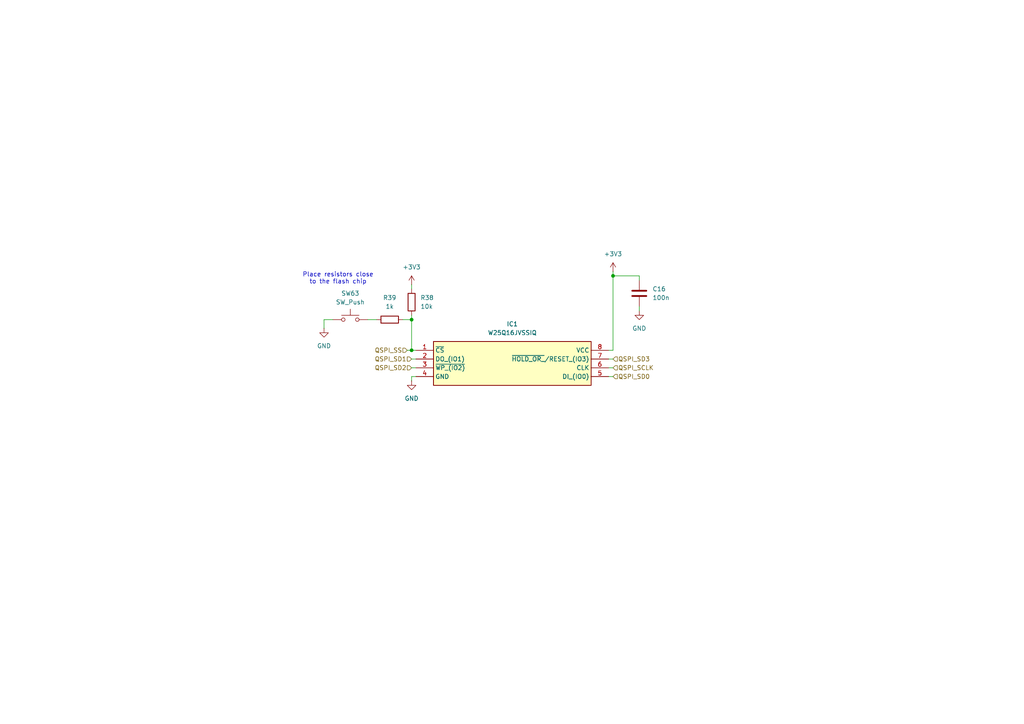
<source format=kicad_sch>
(kicad_sch (version 20231120) (generator "eeschema") (generator_version "8.0")
  (paper "A4")
  (lib_symbols
    (symbol "Device:C" (pin_numbers hide) (pin_names (offset 0.254))
      (property "Reference" "C" (at 0.635 2.54 0))
      (property "Value" "C" (at 0.635 -2.54 0))
      (symbol "C_0_1"
        (polyline (pts (xy -2.032 -0.762) (xy 2.032 -0.762)) (stroke (width 0.508)))
        (polyline (pts (xy -2.032 0.762) (xy 2.032 0.762)) (stroke (width 0.508)))
      )
      (symbol "C_1_1"
        (pin passive line (at 0 3.81 270) (length 2.794) (name "~") (number "1"))
        (pin passive line (at 0 -3.81 90) (length 2.794) (name "~") (number "2"))
      )
    )
    (symbol "Device:R" (pin_numbers hide) (pin_names (offset 0))
      (property "Reference" "R" (at 2.032 0 90))
      (property "Value" "R" (at 0 0 90))
      (symbol "R_0_1"
        (rectangle (start -1.016 -2.54) (end 1.016 2.54) (stroke (width 0.254)))
      )
      (symbol "R_1_1"
        (pin passive line (at 0 3.81 270) (length 1.27) (name "~") (number "1"))
        (pin passive line (at 0 -3.81 90) (length 1.27) (name "~") (number "2"))
      )
    )
    (symbol "SamacSys_Parts:W25Q16JVSSIQ"
      (property "Reference" "IC" (at 52.07 7.62 0))
      (property "Value" "W25Q16JVSSIQ" (at 52.07 5.08 0))
      (symbol "W25Q16JVSSIQ_1_1"
        (rectangle (start 5.08 2.54) (end 50.8 -10.16) (stroke (width 0.254)) (fill (type background)))
        (pin passive line (at 0 0 0) (length 5.08) (name "~{CS}") (number "1"))
        (pin passive line (at 0 -2.54 0) (length 5.08) (name "DO_(IO1)") (number "2"))
        (pin passive line (at 0 -5.08 0) (length 5.08) (name "~{WP_(IO2)}") (number "3"))
        (pin passive line (at 0 -7.62 0) (length 5.08) (name "GND") (number "4"))
        (pin passive line (at 55.88 -7.62 180) (length 5.08) (name "DI_(IO0)") (number "5"))
        (pin passive line (at 55.88 -5.08 180) (length 5.08) (name "CLK") (number "6"))
        (pin passive line (at 55.88 -2.54 180) (length 5.08) (name "~{HOLD_OR_}/RESET_(IO3)") (number "7"))
        (pin passive line (at 55.88 0 180) (length 5.08) (name "VCC") (number "8"))
      )
    )
    (symbol "Switch:SW_Push" (pin_numbers hide) (pin_names (offset 1.016) hide)
      (property "Reference" "SW" (at 1.27 2.54 0))
      (property "Value" "SW_Push" (at 0 -1.524 0))
      (symbol "SW_Push_0_1"
        (circle (center -2.032 0) (radius 0.508))
        (polyline (pts (xy 0 1.27) (xy 0 3.048)))
        (polyline (pts (xy 2.54 1.27) (xy -2.54 1.27)))
        (circle (center 2.032 0) (radius 0.508))
        (pin passive line (at -5.08 0 0) (length 2.54) (name "1") (number "1"))
        (pin passive line (at 5.08 0 180) (length 2.54) (name "2") (number "2"))
      )
    )
    (symbol "power:+3V3" (power) (pin_numbers hide) (pin_names (offset 0) hide)
      (property "Value" "+3V3" (at 0 3.556 0))
      (symbol "+3V3_0_1"
        (polyline (pts (xy -0.762 1.27) (xy 0 2.54)))
        (polyline (pts (xy 0 0) (xy 0 2.54)))
        (polyline (pts (xy 0 2.54) (xy 0.762 1.27)))
      )
      (symbol "+3V3_1_1"
        (pin power_in line (at 0 0 90) (length 0) (name "~") (number "1"))
      )
    )
    (symbol "power:GND" (power) (pin_numbers hide) (pin_names (offset 0) hide)
      (property "Value" "GND" (at 0 -3.81 0))
      (symbol "GND_0_1"
        (polyline (pts (xy 0 0) (xy 0 -1.27) (xy 1.27 -1.27) (xy 0 -2.54) (xy -1.27 -1.27) (xy 0 -1.27)))
      )
      (symbol "GND_1_1"
        (pin power_in line (at 0 0 270) (length 0) (name "~") (number "1"))
      )
    )
  )
  (junction (at 119.38 92.71))
  (junction (at 119.38 101.6))
  (junction (at 177.8 80.01))
  (wire (pts (xy 185.42 81.28) (xy 185.42 80.01)))
  (wire (pts (xy 119.38 82.55) (xy 119.38 83.82)))
  (wire (pts (xy 119.38 106.68) (xy 120.65 106.68)))
  (wire (pts (xy 106.68 92.71) (xy 109.22 92.71)))
  (wire (pts (xy 119.38 109.22) (xy 120.65 109.22)))
  (wire (pts (xy 118.11 101.6) (xy 119.38 101.6)))
  (wire (pts (xy 116.84 92.71) (xy 119.38 92.71)))
  (wire (pts (xy 119.38 110.49) (xy 119.38 109.22)))
  (wire (pts (xy 119.38 92.71) (xy 119.38 101.6)))
  (wire (pts (xy 119.38 101.6) (xy 120.65 101.6)))
  (wire (pts (xy 119.38 91.44) (xy 119.38 92.71)))
  (wire (pts (xy 119.38 104.14) (xy 120.65 104.14)))
  (wire (pts (xy 185.42 88.9) (xy 185.42 90.17)))
  (wire (pts (xy 176.53 109.22) (xy 177.8 109.22)))
  (wire (pts (xy 93.98 92.71) (xy 96.52 92.71)))
  (wire (pts (xy 176.53 104.14) (xy 177.8 104.14)))
  (wire (pts (xy 185.42 80.01) (xy 177.8 80.01)))
  (wire (pts (xy 177.8 78.74) (xy 177.8 80.01)))
  (wire (pts (xy 177.8 80.01) (xy 177.8 101.6)))
  (wire (pts (xy 176.53 106.68) (xy 177.8 106.68)))
  (wire (pts (xy 93.98 95.25) (xy 93.98 92.71)))
  (wire (pts (xy 177.8 101.6) (xy 176.53 101.6)))
  (text "Place resistors close\nto the flash chip" (at 98.044 80.772 0) (effects (font (size 1.27 1.27))))
  (hierarchical_label "QSPI_SCLK" (shape input) (at 177.8 106.68 0))
  (hierarchical_label "QSPI_SD2" (shape input) (at 119.38 106.68 180))
  (hierarchical_label "QSPI_SD3" (shape input) (at 177.8 104.14 0))
  (hierarchical_label "QSPI_SD1" (shape input) (at 119.38 104.14 180))
  (hierarchical_label "QSPI_SS" (shape input) (at 118.11 101.6 180))
  (hierarchical_label "QSPI_SD0" (shape input) (at 177.8 109.22 0))
  (symbol (lib_id "Device:R") (at 113.03 92.71 90) (unit 1)
    (property "Reference" "R39" (at 113.03 86.36 90))
    (property "Value" "1k" (at 113.03 88.9 90))
    (property "Footprint" "Resistor_SMD:R_0402_1005Metric" (effects (hide yes)))
    (property "Description" "Resistor" (effects (hide yes)))
    (property "LCSC" "C11702" (effects (hide yes)))
  )
  (symbol (lib_id "Device:C") (at 185.42 85.09 0) (unit 1)
    (property "Reference" "C16" (at 189.23 83.8199 0) (effects (justify left)))
    (property "Value" "100n" (at 189.23 86.3599 0) (effects (justify left)))
    (property "Footprint" "Capacitor_SMD:C_0402_1005Metric" (effects (hide yes)))
    (property "Description" "Unpolarized capacitor" (effects (hide yes)))
    (property "LCSC" "C1525" (effects (hide yes)))
  )
  (symbol (lib_id "SamacSys_Parts:W25Q16JVSSIQ") (at 120.65 101.6 0) (unit 1)
    (property "Reference" "IC1" (at 148.59 93.98 0))
    (property "Value" "W25Q16JVSSIQ" (at 148.59 96.52 0))
    (property "Footprint" "SamacSys_Parts:SOIC127P790X216-8N" (effects (hide yes)))
    (property "Datasheet" "https://www.winbond.com/hq/search-resource-file.jsp?partNo=W25Q16JVSSIQ&type=datasheet" (effects (hide yes)))
    (property "Description" "16Mb Serial NOR Flash 133MHz SOP8" (effects (hide yes)))
    (property "Height" "2.16" (effects (hide yes)))
    (property "Manufacturer_Name" "Winbond" (effects (hide yes)))
    (property "Manufacturer_Part_Number" "W25Q16JVSSIQ" (effects (hide yes)))
    (property "Mouser Part Number" "454-W25Q16JVSSIQ" (effects (hide yes)))
    (property "Mouser Price/Stock" "https://www.mouser.co.uk/ProductDetail/Winbond/W25Q16JVSSIQ?qs=qSfuJ%252Bfl%2Fd46L%2F1QrQC%2Fog%3D%3D" (effects (hide yes)))
    (property "Arrow Part Number" "W25Q16JVSSIQ" (effects (hide yes)))
    (property "Arrow Price/Stock" "https://www.arrow.com/en/products/w25q16jvssiq/winbond-electronics?region=nac" (effects (hide yes)))
    (property "LCSC" "C82317" (effects (hide yes)))
  )
  (symbol (lib_id "power:GND") (at 185.42 90.17 0) (unit 1)
    (property "Reference" "#PWR072" (effects (hide yes)))
    (property "Value" "GND" (at 185.42 95.25 0))
    (property "Description" "Power symbol creates a global label with name \"GND\" , ground" (effects (hide yes)))
  )
  (symbol (lib_id "Switch:SW_Push") (at 101.6 92.71 0) (unit 1)
    (property "Reference" "SW63" (at 101.6 85.09 0))
    (property "Value" "SW_Push" (at 101.6 87.63 0))
    (property "Footprint" "Button_Switch_SMD:SW_Tactile_SPST_NO_Straight_CK_PTS636Sx25SMTRLFS" (effects (hide yes)))
    (property "Description" "Push button switch, generic, two pins" (effects (hide yes)))
    (property "LCSC" "C2689642" (effects (hide yes)))
  )
  (symbol (lib_id "power:+3V3") (at 177.8 78.74 0) (unit 1)
    (property "Reference" "#PWR070" (effects (hide yes)))
    (property "Value" "+3V3" (at 177.8 73.66 0))
    (property "Description" "Power symbol creates a global label with name \"+3V3\"" (effects (hide yes)))
  )
  (symbol (lib_id "power:GND") (at 119.38 110.49 0) (unit 1)
    (property "Reference" "#PWR074" (effects (hide yes)))
    (property "Value" "GND" (at 119.38 115.57 0))
    (property "Description" "Power symbol creates a global label with name \"GND\" , ground" (effects (hide yes)))
  )
  (symbol (lib_id "power:+3V3") (at 119.38 82.55 0) (unit 1)
    (property "Reference" "#PWR071" (effects (hide yes)))
    (property "Value" "+3V3" (at 119.38 77.47 0))
    (property "Description" "Power symbol creates a global label with name \"+3V3\"" (effects (hide yes)))
  )
  (symbol (lib_id "Device:R") (at 119.38 87.63 0) (unit 1)
    (property "Reference" "R38" (at 121.92 86.3599 0) (effects (justify left)))
    (property "Value" "10k" (at 121.92 88.8999 0) (effects (justify left)))
    (property "Footprint" "Resistor_SMD:R_0402_1005Metric" (effects (hide yes)))
    (property "Description" "Resistor" (effects (hide yes)))
    (property "LCSC" "C25744" (effects (hide yes)))
  )
  (symbol (lib_id "power:GND") (at 93.98 95.25 0) (unit 1)
    (property "Reference" "#PWR073" (effects (hide yes)))
    (property "Value" "GND" (at 93.98 100.33 0))
    (property "Description" "Power symbol creates a global label with name \"GND\" , ground" (effects (hide yes)))
  )
)
</source>
